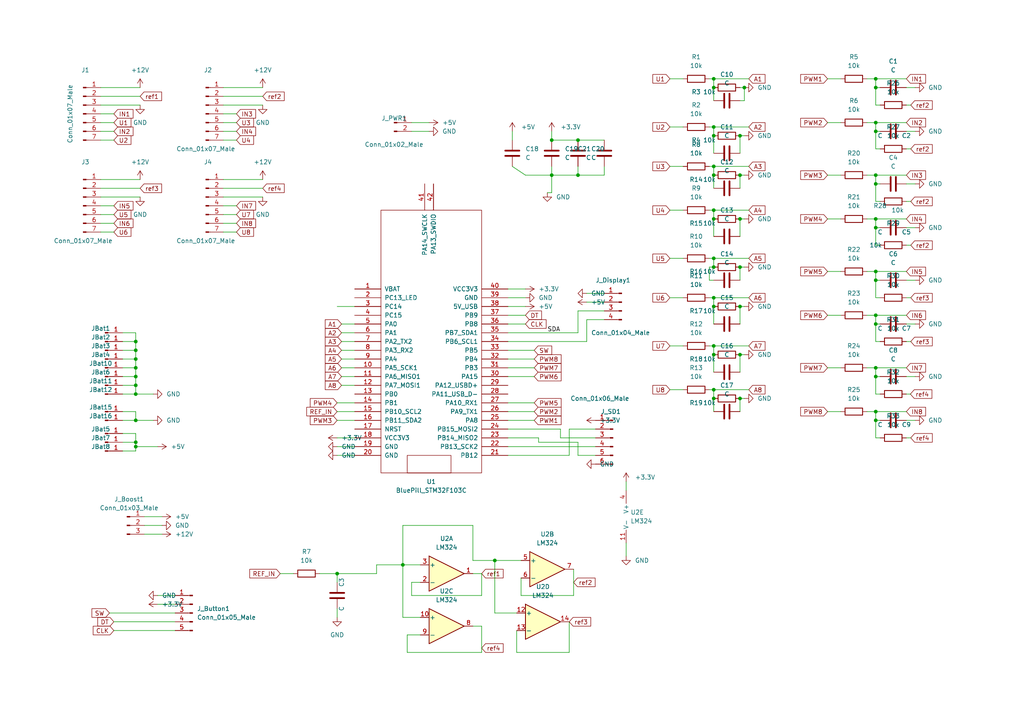
<source format=kicad_sch>
(kicad_sch (version 20211123) (generator eeschema)
  (paper "A4")
  (junction (at 254 109.22))
  (junction (at 214.63 63.5))
  (junction (at 207.01 48.26))
  (junction (at 254 53.34))
  (junction (at 39.37 99.06))
  (junction (at 254 119.38))
  (junction (at 254 25.4))
  (junction (at 39.37 114.3))
  (junction (at 116.84 163.83))
  (junction (at 160.02 40.64))
  (junction (at 254 93.98))
  (junction (at 214.63 77.47))
  (junction (at 143.51 162.56))
  (junction (at 39.37 128.27))
  (junction (at 214.63 115.57))
  (junction (at 207.01 39.37))
  (junction (at 214.63 50.8))
  (junction (at 254 121.92))
  (junction (at 207.01 86.36))
  (junction (at 254 91.44))
  (junction (at 207.01 102.87))
  (junction (at 39.37 101.6))
  (junction (at 207.01 25.4))
  (junction (at 207.01 77.47))
  (junction (at 39.37 129.54))
  (junction (at 207.01 88.9))
  (junction (at 207.01 22.86))
  (junction (at 97.79 166.37))
  (junction (at 160.02 50.8))
  (junction (at 39.37 109.22))
  (junction (at 207.01 74.93))
  (junction (at 167.64 50.8))
  (junction (at 254 35.56))
  (junction (at 254 50.8))
  (junction (at 214.63 88.9))
  (junction (at 207.01 115.57))
  (junction (at 215.9 25.4))
  (junction (at 214.63 39.37))
  (junction (at 254 78.74))
  (junction (at 39.37 121.92))
  (junction (at 39.37 111.76))
  (junction (at 254 81.28))
  (junction (at 207.01 63.5))
  (junction (at 254 63.5))
  (junction (at 207.01 100.33))
  (junction (at 214.63 102.87))
  (junction (at 254 106.68))
  (junction (at 207.01 113.03))
  (junction (at 207.01 36.83))
  (junction (at 207.01 60.96))
  (junction (at 254 66.04))
  (junction (at 39.37 104.14))
  (junction (at 254 22.86))
  (junction (at 207.01 50.8))
  (junction (at 39.37 106.68))
  (junction (at 254 38.1))
  (junction (at 167.64 40.64))
  (wire (pts (xy 240.03 78.74) (xy 243.84 78.74)))
  (wire (pts (xy 254 121.92) (xy 255.27 121.92)))
  (wire (pts (xy 160.02 48.26) (xy 160.02 50.8)))
  (wire (pts (xy 205.74 81.28) (xy 205.74 77.47)))
  (wire (pts (xy 262.89 86.36) (xy 264.16 86.36)))
  (wire (pts (xy 205.74 60.96) (xy 207.01 60.96)))
  (wire (pts (xy 35.56 121.92) (xy 39.37 121.92)))
  (wire (pts (xy 116.84 152.4) (xy 116.84 163.83)))
  (wire (pts (xy 207.01 60.96) (xy 207.01 63.5)))
  (wire (pts (xy 39.37 96.52) (xy 39.37 99.06)))
  (wire (pts (xy 139.7 172.72) (xy 119.38 172.72)))
  (wire (pts (xy 172.72 132.08) (xy 167.64 132.08)))
  (wire (pts (xy 207.01 113.03) (xy 207.01 115.57)))
  (wire (pts (xy 64.77 33.02) (xy 68.58 33.02)))
  (wire (pts (xy 148.59 38.1) (xy 148.59 40.64)))
  (wire (pts (xy 254 93.98) (xy 255.27 93.98)))
  (wire (pts (xy 170.18 92.71) (xy 170.18 99.06)))
  (wire (pts (xy 262.89 43.18) (xy 264.16 43.18)))
  (wire (pts (xy 254 119.38) (xy 254 121.92)))
  (wire (pts (xy 99.06 104.14) (xy 102.87 104.14)))
  (wire (pts (xy 262.89 71.12) (xy 264.16 71.12)))
  (wire (pts (xy 251.46 91.44) (xy 254 91.44)))
  (wire (pts (xy 119.38 172.72) (xy 119.38 168.91)))
  (wire (pts (xy 29.21 64.77) (xy 33.02 64.77)))
  (wire (pts (xy 118.11 184.15) (xy 121.92 184.15)))
  (wire (pts (xy 205.74 100.33) (xy 207.01 100.33)))
  (wire (pts (xy 254 50.8) (xy 262.89 50.8)))
  (wire (pts (xy 255.27 99.06) (xy 254 99.06)))
  (wire (pts (xy 172.72 127) (xy 162.56 127)))
  (wire (pts (xy 205.74 48.26) (xy 207.01 48.26)))
  (wire (pts (xy 35.56 125.73) (xy 39.37 125.73)))
  (wire (pts (xy 254 93.98) (xy 254 99.06)))
  (wire (pts (xy 29.21 35.56) (xy 33.02 35.56)))
  (wire (pts (xy 194.31 60.96) (xy 198.12 60.96)))
  (wire (pts (xy 254 106.68) (xy 262.89 106.68)))
  (wire (pts (xy 207.01 115.57) (xy 207.01 119.38)))
  (wire (pts (xy 167.64 50.8) (xy 175.26 50.8)))
  (wire (pts (xy 29.21 25.4) (xy 40.64 25.4)))
  (wire (pts (xy 214.63 102.87) (xy 214.63 107.95)))
  (wire (pts (xy 214.63 39.37) (xy 214.63 44.45)))
  (wire (pts (xy 240.03 119.38) (xy 243.84 119.38)))
  (wire (pts (xy 64.77 59.69) (xy 68.58 59.69)))
  (wire (pts (xy 251.46 35.56) (xy 254 35.56)))
  (wire (pts (xy 64.77 38.1) (xy 68.58 38.1)))
  (wire (pts (xy 207.01 113.03) (xy 217.17 113.03)))
  (wire (pts (xy 156.21 128.27) (xy 156.21 127)))
  (wire (pts (xy 254 91.44) (xy 254 93.98)))
  (wire (pts (xy 207.01 86.36) (xy 207.01 88.9)))
  (wire (pts (xy 167.64 40.64) (xy 175.26 40.64)))
  (wire (pts (xy 207.01 50.8) (xy 207.01 54.61)))
  (wire (pts (xy 170.18 87.63) (xy 175.26 87.63)))
  (wire (pts (xy 254 81.28) (xy 254 86.36)))
  (wire (pts (xy 41.91 149.86) (xy 46.99 149.86)))
  (wire (pts (xy 255.27 86.36) (xy 254 86.36)))
  (wire (pts (xy 255.27 71.12) (xy 254 71.12)))
  (wire (pts (xy 147.32 101.6) (xy 154.94 101.6)))
  (wire (pts (xy 97.79 132.08) (xy 102.87 132.08)))
  (wire (pts (xy 33.02 180.34) (xy 50.8 180.34)))
  (wire (pts (xy 207.01 74.93) (xy 217.17 74.93)))
  (wire (pts (xy 207.01 48.26) (xy 207.01 50.8)))
  (wire (pts (xy 29.21 57.15) (xy 40.64 57.15)))
  (wire (pts (xy 255.27 127) (xy 254 127)))
  (wire (pts (xy 254 78.74) (xy 262.89 78.74)))
  (wire (pts (xy 149.86 189.23) (xy 149.86 182.88)))
  (wire (pts (xy 97.79 116.84) (xy 102.87 116.84)))
  (wire (pts (xy 207.01 48.26) (xy 217.17 48.26)))
  (wire (pts (xy 251.46 119.38) (xy 254 119.38)))
  (wire (pts (xy 147.32 93.98) (xy 152.4 93.98)))
  (wire (pts (xy 147.32 109.22) (xy 154.94 109.22)))
  (wire (pts (xy 254 66.04) (xy 254 71.12)))
  (wire (pts (xy 254 63.5) (xy 262.89 63.5)))
  (wire (pts (xy 137.16 166.37) (xy 139.7 166.37)))
  (wire (pts (xy 29.21 27.94) (xy 40.64 27.94)))
  (wire (pts (xy 207.01 36.83) (xy 207.01 39.37)))
  (wire (pts (xy 254 53.34) (xy 254 58.42)))
  (wire (pts (xy 207.01 25.4) (xy 207.01 29.21)))
  (wire (pts (xy 207.01 88.9) (xy 207.01 93.98)))
  (wire (pts (xy 64.77 57.15) (xy 76.2 57.15)))
  (wire (pts (xy 240.03 50.8) (xy 243.84 50.8)))
  (wire (pts (xy 262.89 121.92) (xy 265.43 121.92)))
  (wire (pts (xy 147.32 132.08) (xy 165.1 132.08)))
  (wire (pts (xy 45.72 175.26) (xy 50.8 175.26)))
  (wire (pts (xy 254 63.5) (xy 254 66.04)))
  (wire (pts (xy 255.27 58.42) (xy 254 58.42)))
  (wire (pts (xy 35.56 109.22) (xy 39.37 109.22)))
  (wire (pts (xy 99.06 93.98) (xy 102.87 93.98)))
  (wire (pts (xy 207.01 22.86) (xy 207.01 25.4)))
  (wire (pts (xy 254 81.28) (xy 255.27 81.28)))
  (wire (pts (xy 137.16 181.61) (xy 139.7 181.61)))
  (wire (pts (xy 39.37 106.68) (xy 39.37 109.22)))
  (wire (pts (xy 167.64 128.27) (xy 156.21 128.27)))
  (wire (pts (xy 207.01 39.37) (xy 207.01 44.45)))
  (wire (pts (xy 262.89 66.04) (xy 265.43 66.04)))
  (wire (pts (xy 207.01 86.36) (xy 217.17 86.36)))
  (wire (pts (xy 116.84 163.83) (xy 109.22 163.83)))
  (wire (pts (xy 35.56 119.38) (xy 39.37 119.38)))
  (wire (pts (xy 147.32 121.92) (xy 154.94 121.92)))
  (wire (pts (xy 207.01 100.33) (xy 207.01 102.87)))
  (wire (pts (xy 152.4 50.8) (xy 160.02 50.8)))
  (wire (pts (xy 64.77 64.77) (xy 68.58 64.77)))
  (wire (pts (xy 97.79 88.9) (xy 102.87 88.9)))
  (wire (pts (xy 207.01 36.83) (xy 217.17 36.83)))
  (wire (pts (xy 254 22.86) (xy 262.89 22.86)))
  (wire (pts (xy 205.74 86.36) (xy 207.01 86.36)))
  (wire (pts (xy 207.01 63.5) (xy 207.01 68.58)))
  (wire (pts (xy 39.37 104.14) (xy 39.37 106.68)))
  (wire (pts (xy 207.01 22.86) (xy 217.17 22.86)))
  (wire (pts (xy 240.03 91.44) (xy 243.84 91.44)))
  (wire (pts (xy 99.06 106.68) (xy 102.87 106.68)))
  (wire (pts (xy 167.64 40.64) (xy 160.02 40.64)))
  (wire (pts (xy 39.37 111.76) (xy 39.37 114.3)))
  (wire (pts (xy 119.38 168.91) (xy 121.92 168.91)))
  (wire (pts (xy 175.26 92.71) (xy 170.18 92.71)))
  (wire (pts (xy 165.1 180.34) (xy 165.1 189.23)))
  (wire (pts (xy 41.91 152.4) (xy 46.99 152.4)))
  (wire (pts (xy 97.79 129.54) (xy 102.87 129.54)))
  (wire (pts (xy 160.02 38.1) (xy 160.02 40.64)))
  (wire (pts (xy 167.64 132.08) (xy 167.64 128.27)))
  (wire (pts (xy 215.9 63.5) (xy 214.63 63.5)))
  (wire (pts (xy 194.31 22.86) (xy 198.12 22.86)))
  (wire (pts (xy 29.21 38.1) (xy 33.02 38.1)))
  (wire (pts (xy 254 78.74) (xy 254 81.28)))
  (wire (pts (xy 147.32 86.36) (xy 152.4 86.36)))
  (wire (pts (xy 39.37 121.92) (xy 44.45 121.92)))
  (wire (pts (xy 151.13 162.56) (xy 143.51 162.56)))
  (wire (pts (xy 39.37 114.3) (xy 44.45 114.3)))
  (wire (pts (xy 262.89 99.06) (xy 264.16 99.06)))
  (wire (pts (xy 162.56 127) (xy 162.56 124.46)))
  (wire (pts (xy 64.77 40.64) (xy 68.58 40.64)))
  (wire (pts (xy 139.7 166.37) (xy 139.7 172.72)))
  (wire (pts (xy 64.77 35.56) (xy 68.58 35.56)))
  (wire (pts (xy 240.03 35.56) (xy 243.84 35.56)))
  (wire (pts (xy 254 25.4) (xy 254 30.48)))
  (wire (pts (xy 149.86 177.8) (xy 143.51 177.8)))
  (wire (pts (xy 29.21 54.61) (xy 40.64 54.61)))
  (wire (pts (xy 205.74 36.83) (xy 207.01 36.83)))
  (wire (pts (xy 215.9 39.37) (xy 214.63 39.37)))
  (wire (pts (xy 160.02 55.88) (xy 158.75 55.88)))
  (wire (pts (xy 64.77 30.48) (xy 76.2 30.48)))
  (wire (pts (xy 99.06 99.06) (xy 102.87 99.06)))
  (wire (pts (xy 214.63 77.47) (xy 214.63 81.28)))
  (wire (pts (xy 254 38.1) (xy 255.27 38.1)))
  (wire (pts (xy 39.37 129.54) (xy 39.37 130.81)))
  (wire (pts (xy 254 35.56) (xy 262.89 35.56)))
  (wire (pts (xy 165.1 124.46) (xy 165.1 132.08)))
  (wire (pts (xy 160.02 50.8) (xy 167.64 50.8)))
  (wire (pts (xy 207.01 102.87) (xy 207.01 107.95)))
  (wire (pts (xy 207.01 100.33) (xy 217.17 100.33)))
  (wire (pts (xy 240.03 106.68) (xy 243.84 106.68)))
  (wire (pts (xy 29.21 30.48) (xy 40.64 30.48)))
  (wire (pts (xy 99.06 96.52) (xy 102.87 96.52)))
  (wire (pts (xy 194.31 86.36) (xy 198.12 86.36)))
  (wire (pts (xy 147.32 116.84) (xy 154.94 116.84)))
  (wire (pts (xy 39.37 99.06) (xy 39.37 101.6)))
  (wire (pts (xy 160.02 50.8) (xy 160.02 55.88)))
  (wire (pts (xy 254 25.4) (xy 255.27 25.4)))
  (wire (pts (xy 121.92 179.07) (xy 116.84 179.07)))
  (wire (pts (xy 194.31 48.26) (xy 198.12 48.26)))
  (wire (pts (xy 254 35.56) (xy 254 38.1)))
  (wire (pts (xy 254 91.44) (xy 262.89 91.44)))
  (wire (pts (xy 205.74 22.86) (xy 207.01 22.86)))
  (wire (pts (xy 254 22.86) (xy 254 25.4)))
  (wire (pts (xy 147.32 129.54) (xy 172.72 129.54)))
  (wire (pts (xy 97.79 127) (xy 102.87 127)))
  (wire (pts (xy 118.11 189.23) (xy 118.11 184.15)))
  (wire (pts (xy 262.89 93.98) (xy 265.43 93.98)))
  (wire (pts (xy 64.77 27.94) (xy 76.2 27.94)))
  (wire (pts (xy 215.9 25.4) (xy 214.63 25.4)))
  (wire (pts (xy 147.32 127) (xy 156.21 127)))
  (wire (pts (xy 39.37 119.38) (xy 39.37 121.92)))
  (wire (pts (xy 254 53.34) (xy 255.27 53.34)))
  (wire (pts (xy 139.7 181.61) (xy 139.7 189.23)))
  (wire (pts (xy 35.56 96.52) (xy 39.37 96.52)))
  (wire (pts (xy 255.27 43.18) (xy 254 43.18)))
  (wire (pts (xy 99.06 101.6) (xy 102.87 101.6)))
  (wire (pts (xy 262.89 38.1) (xy 265.43 38.1)))
  (wire (pts (xy 167.64 50.8) (xy 167.64 48.26)))
  (wire (pts (xy 251.46 78.74) (xy 254 78.74)))
  (wire (pts (xy 194.31 74.93) (xy 198.12 74.93)))
  (wire (pts (xy 251.46 50.8) (xy 254 50.8)))
  (wire (pts (xy 214.63 88.9) (xy 214.63 93.98)))
  (wire (pts (xy 139.7 189.23) (xy 118.11 189.23)))
  (wire (pts (xy 262.89 127) (xy 264.16 127)))
  (wire (pts (xy 33.02 182.88) (xy 50.8 182.88)))
  (wire (pts (xy 35.56 128.27) (xy 39.37 128.27)))
  (wire (pts (xy 29.21 59.69) (xy 33.02 59.69)))
  (wire (pts (xy 64.77 62.23) (xy 68.58 62.23)))
  (wire (pts (xy 170.18 99.06) (xy 147.32 99.06)))
  (wire (pts (xy 35.56 106.68) (xy 39.37 106.68)))
  (wire (pts (xy 254 119.38) (xy 262.89 119.38)))
  (wire (pts (xy 147.32 104.14) (xy 154.94 104.14)))
  (wire (pts (xy 97.79 166.37) (xy 97.79 168.91)))
  (wire (pts (xy 92.71 166.37) (xy 97.79 166.37)))
  (wire (pts (xy 207.01 74.93) (xy 207.01 77.47)))
  (wire (pts (xy 205.74 113.03) (xy 207.01 113.03)))
  (wire (pts (xy 35.56 104.14) (xy 39.37 104.14)))
  (wire (pts (xy 167.64 96.52) (xy 167.64 90.17)))
  (wire (pts (xy 29.21 67.31) (xy 33.02 67.31)))
  (wire (pts (xy 194.31 113.03) (xy 198.12 113.03)))
  (wire (pts (xy 39.37 125.73) (xy 39.37 128.27)))
  (wire (pts (xy 215.9 115.57) (xy 214.63 115.57)))
  (wire (pts (xy 64.77 54.61) (xy 76.2 54.61)))
  (wire (pts (xy 254 38.1) (xy 254 43.18)))
  (wire (pts (xy 181.61 139.7) (xy 181.61 142.24)))
  (wire (pts (xy 240.03 22.86) (xy 243.84 22.86)))
  (wire (pts (xy 254 50.8) (xy 254 53.34)))
  (wire (pts (xy 175.26 48.26) (xy 175.26 50.8)))
  (wire (pts (xy 262.89 109.22) (xy 265.43 109.22)))
  (wire (pts (xy 109.22 163.83) (xy 109.22 166.37)))
  (wire (pts (xy 35.56 111.76) (xy 39.37 111.76)))
  (wire (pts (xy 148.59 48.26) (xy 152.4 50.8)))
  (wire (pts (xy 29.21 52.07) (xy 40.64 52.07)))
  (wire (pts (xy 64.77 25.4) (xy 76.2 25.4)))
  (wire (pts (xy 35.56 130.81) (xy 39.37 130.81)))
  (wire (pts (xy 45.72 129.54) (xy 39.37 129.54)))
  (wire (pts (xy 215.9 29.21) (xy 215.9 25.4)))
  (wire (pts (xy 215.9 50.8) (xy 214.63 50.8)))
  (wire (pts (xy 151.13 172.72) (xy 151.13 167.64)))
  (wire (pts (xy 97.79 119.38) (xy 102.87 119.38)))
  (wire (pts (xy 166.37 172.72) (xy 151.13 172.72)))
  (wire (pts (xy 215.9 102.87) (xy 214.63 102.87)))
  (wire (pts (xy 215.9 77.47) (xy 214.63 77.47)))
  (wire (pts (xy 45.72 172.72) (xy 50.8 172.72)))
  (wire (pts (xy 147.32 106.68) (xy 154.94 106.68)))
  (wire (pts (xy 64.77 52.07) (xy 76.2 52.07)))
  (wire (pts (xy 262.89 25.4) (xy 265.43 25.4)))
  (wire (pts (xy 166.37 165.1) (xy 166.37 172.72)))
  (wire (pts (xy 121.92 163.83) (xy 116.84 163.83)))
  (wire (pts (xy 99.06 109.22) (xy 102.87 109.22)))
  (wire (pts (xy 119.38 38.1) (xy 124.46 38.1)))
  (wire (pts (xy 35.56 99.06) (xy 39.37 99.06)))
  (wire (pts (xy 251.46 106.68) (xy 254 106.68)))
  (wire (pts (xy 147.32 124.46) (xy 162.56 124.46)))
  (wire (pts (xy 29.21 40.64) (xy 33.02 40.64)))
  (wire (pts (xy 205.74 81.28) (xy 207.01 81.28)))
  (wire (pts (xy 41.91 154.94) (xy 46.99 154.94)))
  (wire (pts (xy 165.1 189.23) (xy 149.86 189.23)))
  (wire (pts (xy 254 121.92) (xy 254 127)))
  (wire (pts (xy 255.27 114.3) (xy 254 114.3)))
  (wire (pts (xy 116.84 163.83) (xy 116.84 179.07)))
  (wire (pts (xy 143.51 162.56) (xy 137.16 162.56)))
  (wire (pts (xy 240.03 63.5) (xy 243.84 63.5)))
  (wire (pts (xy 251.46 63.5) (xy 254 63.5)))
  (wire (pts (xy 172.72 124.46) (xy 165.1 124.46)))
  (wire (pts (xy 147.32 83.82) (xy 152.4 83.82)))
  (wire (pts (xy 147.32 96.52) (xy 167.64 96.52)))
  (wire (pts (xy 262.89 30.48) (xy 264.16 30.48)))
  (wire (pts (xy 214.63 29.21) (xy 215.9 29.21)))
  (wire (pts (xy 119.38 35.56) (xy 124.46 35.56)))
  (wire (pts (xy 254 106.68) (xy 254 109.22)))
  (wire (pts (xy 214.63 68.58) (xy 214.63 63.5)))
  (wire (pts (xy 205.74 77.47) (xy 207.01 77.47)))
  (wire (pts (xy 99.06 111.76) (xy 102.87 111.76)))
  (wire (pts (xy 29.21 62.23) (xy 33.02 62.23)))
  (wire (pts (xy 254 66.04) (xy 255.27 66.04)))
  (wire (pts (xy 251.46 22.86) (xy 254 22.86)))
  (wire (pts (xy 109.22 166.37) (xy 97.79 166.37)))
  (wire (pts (xy 147.32 88.9) (xy 152.4 88.9)))
  (wire (pts (xy 181.61 157.48) (xy 181.61 161.29)))
  (wire (pts (xy 137.16 162.56) (xy 137.16 152.4)))
  (wire (pts (xy 81.28 166.37) (xy 85.09 166.37)))
  (wire (pts (xy 35.56 114.3) (xy 39.37 114.3)))
  (wire (pts (xy 29.21 33.02) (xy 33.02 33.02)))
  (wire (pts (xy 194.31 36.83) (xy 198.12 36.83)))
  (wire (pts (xy 167.64 90.17) (xy 175.26 90.17)))
  (wire (pts (xy 262.89 81.28) (xy 265.43 81.28)))
  (wire (pts (xy 262.89 58.42) (xy 264.16 58.42)))
  (wire (pts (xy 194.31 100.33) (xy 198.12 100.33)))
  (wire (pts (xy 254 109.22) (xy 254 114.3)))
  (wire (pts (xy 214.63 50.8) (xy 214.63 54.61)))
  (wire (pts (xy 170.18 85.09) (xy 175.26 85.09)))
  (wire (pts (xy 97.79 121.92) (xy 102.87 121.92)))
  (wire (pts (xy 97.79 176.53) (xy 97.79 179.07)))
  (wire (pts (xy 39.37 128.27) (xy 39.37 129.54)))
  (wire (pts (xy 147.32 119.38) (xy 154.94 119.38)))
  (wire (pts (xy 207.01 60.96) (xy 217.17 60.96)))
  (wire (pts (xy 262.89 114.3) (xy 264.16 114.3)))
  (wire (pts (xy 254 109.22) (xy 255.27 109.22)))
  (wire (pts (xy 39.37 101.6) (xy 39.37 104.14)))
  (wire (pts (xy 35.56 101.6) (xy 39.37 101.6)))
  (wire (pts (xy 214.63 115.57) (xy 214.63 119.38)))
  (wire (pts (xy 255.27 30.48) (xy 254 30.48)))
  (wire (pts (xy 64.77 67.31) (xy 68.58 67.31)))
  (wire (pts (xy 31.75 177.8) (xy 50.8 177.8)))
  (wire (pts (xy 147.32 91.44) (xy 152.4 91.44)))
  (wire (pts (xy 205.74 74.93) (xy 207.01 74.93)))
  (wire (pts (xy 143.51 162.56) (xy 143.51 177.8)))
  (wire (pts (xy 137.16 152.4) (xy 116.84 152.4)))
  (wire (pts (xy 262.89 53.34) (xy 265.43 53.34)))
  (wire (pts (xy 215.9 88.9) (xy 214.63 88.9)))
  (wire (pts (xy 39.37 109.22) (xy 39.37 111.76)))
  (label "SDA" (at 158.75 96.52 0))
  (global_label "ref4" (shape input) (at 264.16 127 0) (property "Intersheet References" "${INTERSHEET_REFS}" (effects hide)))
  (global_label "ref3" (shape input) (at 165.1 180.34 0) (property "Intersheet References" "${INTERSHEET_REFS}" (effects hide)))
  (global_label "A8" (shape input) (at 217.17 113.03 0) (property "Intersheet References" "${INTERSHEET_REFS}" (effects hide)))
  (global_label "A4" (shape input) (at 217.17 60.96 0) (property "Intersheet References" "${INTERSHEET_REFS}" (effects hide)))
  (global_label "IN5" (shape input) (at 33.02 59.69 0) (property "Intersheet References" "${INTERSHEET_REFS}" (effects hide)))
  (global_label "SW" (shape input) (at 154.94 101.6 0) (property "Intersheet References" "${INTERSHEET_REFS}" (effects hide)))
  (global_label "ref3" (shape input) (at 264.16 99.06 0) (property "Intersheet References" "${INTERSHEET_REFS}" (effects hide)))
  (global_label "IN1" (shape input) (at 33.02 33.02 0) (property "Intersheet References" "${INTERSHEET_REFS}" (effects hide)))
  (global_label "ref3" (shape input) (at 264.16 86.36 0) (property "Intersheet References" "${INTERSHEET_REFS}" (effects hide)))
  (global_label "U2" (shape input) (at 194.31 36.83 180) (property "Intersheet References" "${INTERSHEET_REFS}" (effects hide)))
  (global_label "ref2" (shape input) (at 264.16 58.42 0) (property "Intersheet References" "${INTERSHEET_REFS}" (effects hide)))
  (global_label "ref3" (shape input) (at 40.64 54.61 0) (property "Intersheet References" "${INTERSHEET_REFS}" (effects hide)))
  (global_label "PWM7" (shape input) (at 240.03 106.68 180) (property "Intersheet References" "${INTERSHEET_REFS}" (effects hide)))
  (global_label "ref1" (shape input) (at 139.7 166.37 0) (property "Intersheet References" "${INTERSHEET_REFS}" (effects hide)))
  (global_label "IN8" (shape input) (at 68.58 64.77 0) (property "Intersheet References" "${INTERSHEET_REFS}" (effects hide)))
  (global_label "SW" (shape input) (at 31.75 177.8 180) (property "Intersheet References" "${INTERSHEET_REFS}" (effects hide)))
  (global_label "A8" (shape input) (at 99.06 111.76 180) (property "Intersheet References" "${INTERSHEET_REFS}" (effects hide)))
  (global_label "PWM3" (shape input) (at 240.03 50.8 180) (property "Intersheet References" "${INTERSHEET_REFS}" (effects hide)))
  (global_label "IN4" (shape input) (at 262.89 63.5 0) (property "Intersheet References" "${INTERSHEET_REFS}" (effects hide)))
  (global_label "U5" (shape input) (at 194.31 74.93 180) (property "Intersheet References" "${INTERSHEET_REFS}" (effects hide)))
  (global_label "U5" (shape input) (at 33.02 62.23 0) (property "Intersheet References" "${INTERSHEET_REFS}" (effects hide)))
  (global_label "ref1" (shape input) (at 40.64 27.94 0) (property "Intersheet References" "${INTERSHEET_REFS}" (effects hide)))
  (global_label "A7" (shape input) (at 217.17 100.33 0) (property "Intersheet References" "${INTERSHEET_REFS}" (effects hide)))
  (global_label "IN2" (shape input) (at 33.02 38.1 0) (property "Intersheet References" "${INTERSHEET_REFS}" (effects hide)))
  (global_label "U6" (shape input) (at 194.31 86.36 180) (property "Intersheet References" "${INTERSHEET_REFS}" (effects hide)))
  (global_label "IN4" (shape input) (at 68.58 38.1 0) (property "Intersheet References" "${INTERSHEET_REFS}" (effects hide)))
  (global_label "PWM2" (shape input) (at 154.94 119.38 0) (property "Intersheet References" "${INTERSHEET_REFS}" (effects hide)))
  (global_label "A4" (shape input) (at 99.06 101.6 180) (property "Intersheet References" "${INTERSHEET_REFS}" (effects hide)))
  (global_label "IN8" (shape input) (at 262.89 119.38 0) (property "Intersheet References" "${INTERSHEET_REFS}" (effects hide)))
  (global_label "IN6" (shape input) (at 262.89 91.44 0) (property "Intersheet References" "${INTERSHEET_REFS}" (effects hide)))
  (global_label "PWM1" (shape input) (at 240.03 22.86 180) (property "Intersheet References" "${INTERSHEET_REFS}" (effects hide)))
  (global_label "A3" (shape input) (at 217.17 48.26 0) (property "Intersheet References" "${INTERSHEET_REFS}" (effects hide)))
  (global_label "U2" (shape input) (at 33.02 40.64 0) (property "Intersheet References" "${INTERSHEET_REFS}" (effects hide)))
  (global_label "PWM1" (shape input) (at 154.94 121.92 0) (property "Intersheet References" "${INTERSHEET_REFS}" (effects hide)))
  (global_label "A2" (shape input) (at 217.17 36.83 0) (property "Intersheet References" "${INTERSHEET_REFS}" (effects hide)))
  (global_label "IN7" (shape input) (at 68.58 59.69 0) (property "Intersheet References" "${INTERSHEET_REFS}" (effects hide)))
  (global_label "A5" (shape input) (at 99.06 104.14 180) (property "Intersheet References" "${INTERSHEET_REFS}" (effects hide)))
  (global_label "U8" (shape input) (at 68.58 67.31 0) (property "Intersheet References" "${INTERSHEET_REFS}" (effects hide)))
  (global_label "U7" (shape input) (at 194.31 100.33 180) (property "Intersheet References" "${INTERSHEET_REFS}" (effects hide)))
  (global_label "ref2" (shape input) (at 264.16 71.12 0) (property "Intersheet References" "${INTERSHEET_REFS}" (effects hide)))
  (global_label "PWM8" (shape input) (at 240.03 119.38 180) (property "Intersheet References" "${INTERSHEET_REFS}" (effects hide)))
  (global_label "IN5" (shape input) (at 262.89 78.74 0) (property "Intersheet References" "${INTERSHEET_REFS}" (effects hide)))
  (global_label "CLK" (shape input) (at 152.4 93.98 0) (property "Intersheet References" "${INTERSHEET_REFS}" (effects hide)))
  (global_label "A6" (shape input) (at 217.17 86.36 0) (property "Intersheet References" "${INTERSHEET_REFS}" (effects hide)))
  (global_label "DT" (shape input) (at 152.4 91.44 0) (property "Intersheet References" "${INTERSHEET_REFS}" (effects hide)))
  (global_label "ref2" (shape input) (at 76.2 27.94 0) (property "Intersheet References" "${INTERSHEET_REFS}" (effects hide)))
  (global_label "ref2" (shape input) (at 264.16 43.18 0) (property "Intersheet References" "${INTERSHEET_REFS}" (effects hide)))
  (global_label "PWM7" (shape input) (at 154.94 106.68 0) (property "Intersheet References" "${INTERSHEET_REFS}" (effects hide)))
  (global_label "ref4" (shape input) (at 76.2 54.61 0) (property "Intersheet References" "${INTERSHEET_REFS}" (effects hide)))
  (global_label "PWM5" (shape input) (at 154.94 116.84 0) (property "Intersheet References" "${INTERSHEET_REFS}" (effects hide)))
  (global_label "CLK" (shape input) (at 33.02 182.88 180) (property "Intersheet References" "${INTERSHEET_REFS}" (effects hide)))
  (global_label "REF_IN" (shape input) (at 97.79 119.38 180) (property "Intersheet References" "${INTERSHEET_REFS}" (effects hide)))
  (global_label "IN2" (shape input) (at 262.89 35.56 0) (property "Intersheet References" "${INTERSHEET_REFS}" (effects hide)))
  (global_label "A2" (shape input) (at 99.06 96.52 180) (property "Intersheet References" "${INTERSHEET_REFS}" (effects hide)))
  (global_label "PWM4" (shape input) (at 97.79 116.84 180) (property "Intersheet References" "${INTERSHEET_REFS}" (effects hide)))
  (global_label "A5" (shape input) (at 217.17 74.93 0) (property "Intersheet References" "${INTERSHEET_REFS}" (effects hide)))
  (global_label "PWM8" (shape input) (at 154.94 104.14 0) (property "Intersheet References" "${INTERSHEET_REFS}" (effects hide)))
  (global_label "U4" (shape input) (at 194.31 60.96 180) (property "Intersheet References" "${INTERSHEET_REFS}" (effects hide)))
  (global_label "U3" (shape input) (at 68.58 35.56 0) (property "Intersheet References" "${INTERSHEET_REFS}" (effects hide)))
  (global_label "DT" (shape input) (at 33.02 180.34 180) (property "Intersheet References" "${INTERSHEET_REFS}" (effects hide)))
  (global_label "PWM3" (shape input) (at 97.79 121.92 180) (property "Intersheet References" "${INTERSHEET_REFS}" (effects hide)))
  (global_label "IN7" (shape input) (at 262.89 106.68 0) (property "Intersheet References" "${INTERSHEET_REFS}" (effects hide)))
  (global_label "A3" (shape input) (at 99.06 99.06 180) (property "Intersheet References" "${INTERSHEET_REFS}" (effects hide)))
  (global_label "U6" (shape input) (at 33.02 67.31 0) (property "Intersheet References" "${INTERSHEET_REFS}" (effects hide)))
  (global_label "ref4" (shape input) (at 264.0496 114.3 0) (property "Intersheet References" "${INTERSHEET_REFS}" (effects hide)))
  (global_label "A1" (shape input) (at 217.17 22.86 0) (property "Intersheet References" "${INTERSHEET_REFS}" (effects hide)))
  (global_label "A1" (shape input) (at 99.06 93.98 180) (property "Intersheet References" "${INTERSHEET_REFS}" (effects hide)))
  (global_label "IN1" (shape input) (at 262.89 22.86 0) (property "Intersheet References" "${INTERSHEET_REFS}" (effects hide)))
  (global_label "U4" (shape input) (at 68.58 40.64 0) (property "Intersheet References" "${INTERSHEET_REFS}" (effects hide)))
  (global_label "IN6" (shape input) (at 33.02 64.77 0) (property "Intersheet References" "${INTERSHEET_REFS}" (effects hide)))
  (global_label "U8" (shape input) (at 194.31 113.03 180) (property "Intersheet References" "${INTERSHEET_REFS}" (effects hide)))
  (global_label "U1" (shape input) (at 33.02 35.56 0) (property "Intersheet References" "${INTERSHEET_REFS}" (effects hide)))
  (global_label "ref2" (shape input) (at 166.37 168.91 0) (property "Intersheet References" "${INTERSHEET_REFS}" (effects hide)))
  (global_label "A6" (shape input) (at 99.06 106.68 180) (property "Intersheet References" "${INTERSHEET_REFS}" (effects hide)))
  (global_label "PWM6" (shape input) (at 154.94 109.22 0) (property "Intersheet References" "${INTERSHEET_REFS}" (effects hide)))
  (global_label "IN3" (shape input) (at 262.89 50.8 0) (property "Intersheet References" "${INTERSHEET_REFS}" (effects hide)))
  (global_label "U1" (shape input) (at 194.31 22.86 180) (property "Intersheet References" "${INTERSHEET_REFS}" (effects hide)))
  (global_label "PWM4" (shape input) (at 240.03 63.5 180) (property "Intersheet References" "${INTERSHEET_REFS}" (effects hide)))
  (global_label "PWM2" (shape input) (at 240.03 35.56 180) (property "Intersheet References" "${INTERSHEET_REFS}" (effects hide)))
  (global_label "PWM6" (shape input) (at 240.03 91.44 180) (property "Intersheet References" "${INTERSHEET_REFS}" (effects hide)))
  (global_label "A7" (shape input) (at 99.06 109.22 180) (property "Intersheet References" "${INTERSHEET_REFS}" (effects hide)))
  (global_label "U7" (shape input) (at 68.58 62.23 0) (property "Intersheet References" "${INTERSHEET_REFS}" (effects hide)))
  (global_label "ref2" (shape input) (at 264.16 30.48 0) (property "Intersheet References" "${INTERSHEET_REFS}" (effects hide)))
  (global_label "ref4" (shape input) (at 139.7 187.96 0) (property "Intersheet References" "${INTERSHEET_REFS}" (effects hide)))
  (global_label "IN3" (shape input) (at 68.58 33.02 0) (property "Intersheet References" "${INTERSHEET_REFS}" (effects hide)))
  (global_label "REF_IN" (shape input) (at 81.28 166.37 180) (property "Intersheet References" "${INTERSHEET_REFS}" (effects hide)))
  (global_label "U3" (shape input) (at 194.31 48.26 180) (property "Intersheet References" "${INTERSHEET_REFS}" (effects hide)))
  (global_label "PWM5" (shape input) (at 240.03 78.74 180) (property "Intersheet References" "${INTERSHEET_REFS}" (effects hide)))
  (symbol (lib_id "Device:R") (at 259.08 86.36 270) (unit 1)
    (property "Reference" "R30" (at 259.08 80.01 90))
    (property "Value" "10k" (at 259.08 82.55 90))
    (property "Footprint" "Resistor_SMD:R_1206_3216Metric" (effects hide))
  )
  (symbol (lib_id "Connector:Conn_01x01_Male") (at 30.48 101.6 0) (unit 1)
    (property "Reference" "JBat3" (at 29.21 100.33 0))
    (property "Value" "Conn_01x01_Male" (effects hide))
    (property "Footprint" "controller:PowerPin" (effects hide))
  )
  (symbol (lib_id "power:+12V") (at 76.2 25.4 0) (unit 1)
    (property "Reference" "#PWR0138" (effects hide))
    (property "Value" "+12V" (at 76.2 20.32 0))
  )
  (symbol (lib_id "power:+5V") (at 152.4 88.9 270) (unit 1)
    (property "Reference" "#PWR0109" (effects hide))
    (property "Value" "+5V" (at 156.21 88.8999 90) (effects (justify left)))
  )
  (symbol (lib_id "power:GND") (at 265.43 81.28 90) (unit 1)
    (property "Reference" "#PWR0125" (effects hide))
    (property "Value" "GND" (at 269.24 81.2799 90) (effects (justify right)))
  )
  (symbol (lib_id "Device:R") (at 259.08 99.06 270) (unit 1)
    (property "Reference" "R31" (at 259.08 92.71 90))
    (property "Value" "10k" (at 259.08 95.25 90))
    (property "Footprint" "Resistor_SMD:R_1206_3216Metric" (effects hide))
  )
  (symbol (lib_id "Connector:Conn_01x07_Male") (at 24.13 59.69 0) (unit 1)
    (property "Reference" "J3" (at 24.765 46.99 0))
    (property "Value" "Conn_01x07_Male" (at 24.13 69.85 0))
    (property "Footprint" "Connector_PinHeader_2.54mm:PinHeader_1x07_P2.54mm_Vertical" (effects hide))
  )
  (symbol (lib_id "power:GND") (at 215.9 39.37 90) (unit 1)
    (property "Reference" "#PWR0105" (effects hide))
    (property "Value" "GND" (at 219.71 39.3699 90) (effects (justify right)))
  )
  (symbol (lib_id "Device:R") (at 201.93 36.83 270) (unit 1)
    (property "Reference" "R2" (at 201.93 30.48 90))
    (property "Value" "10k" (at 201.93 33.02 90))
    (property "Footprint" "Resistor_SMD:R_1206_3216Metric" (effects hide))
  )
  (symbol (lib_id "power:GND") (at 76.2 57.15 0) (unit 1)
    (property "Reference" "#PWR0135" (effects hide))
    (property "Value" "GND" (at 76.2 62.23 0))
  )
  (symbol (lib_id "Device:C") (at 210.82 93.98 90) (unit 1)
    (property "Reference" "C15" (at 210.82 86.36 90))
    (property "Value" "C" (at 210.82 88.9 90))
    (property "Footprint" "Capacitor_SMD:C_0805_2012Metric" (effects hide))
  )
  (symbol (lib_id "power:GND") (at 44.45 114.3 90) (unit 1)
    (property "Reference" "#PWR0148" (effects hide))
    (property "Value" "GND" (at 48.26 114.2999 90) (effects (justify right)))
  )
  (symbol (lib_id "Device:C") (at 210.82 81.28 90) (unit 1)
    (property "Reference" "C14" (at 210.82 73.66 90))
    (property "Value" "C" (at 210.82 76.2 90))
    (property "Footprint" "Capacitor_SMD:C_0805_2012Metric" (effects hide))
  )
  (symbol (lib_id "Device:R") (at 210.82 25.4 90) (unit 1)
    (property "Reference" "R3" (at 201.93 26.67 90))
    (property "Value" "10k" (at 205.74 26.67 90))
    (property "Footprint" "Resistor_SMD:R_1206_3216Metric" (effects hide))
  )
  (symbol (lib_id "Device:R") (at 259.08 114.3 270) (unit 1)
    (property "Reference" "R32" (at 259.08 107.95 90))
    (property "Value" "10k" (at 259.08 110.49 90))
    (property "Footprint" "Resistor_SMD:R_1206_3216Metric" (effects hide))
  )
  (symbol (lib_id "Device:R") (at 201.93 100.33 270) (unit 1)
    (property "Reference" "R12" (at 201.93 93.98 90))
    (property "Value" "10k" (at 201.93 96.52 90))
    (property "Footprint" "Resistor_SMD:R_1206_3216Metric" (effects hide))
  )
  (symbol (lib_id "power:GND") (at 265.43 93.98 90) (unit 1)
    (property "Reference" "#PWR0127" (effects hide))
    (property "Value" "GND" (at 269.24 93.9799 90) (effects (justify right)))
  )
  (symbol (lib_id "Amplifier_Operational:LM324") (at 184.15 149.86 0) (unit 5)
    (property "Reference" "U2" (at 182.88 148.5899 0) (effects (justify left)))
    (property "Value" "LM324" (at 182.88 151.1299 0) (effects (justify left)))
    (property "Footprint" "Package_SO:SOIC-14_3.9x8.7mm_P1.27mm" (effects hide))
    (property "Datasheet" "http://www.ti.com/lit/ds/symlink/lm2902-n.pdf" (effects hide))
  )
  (symbol (lib_id "Device:C") (at 259.08 25.4 90) (unit 1)
    (property "Reference" "C1" (at 259.08 17.78 90))
    (property "Value" "C" (at 259.08 20.32 90))
    (property "Footprint" "Capacitor_SMD:C_0805_2012Metric" (effects hide))
  )
  (symbol (lib_id "Device:R") (at 247.65 78.74 270) (unit 1)
    (property "Reference" "R22" (at 247.65 72.39 90))
    (property "Value" "10k" (at 247.65 74.93 90))
    (property "Footprint" "Resistor_SMD:R_1206_3216Metric" (effects hide))
  )
  (symbol (lib_id "power:GND") (at 265.43 38.1 90) (unit 1)
    (property "Reference" "#PWR0102" (effects hide))
    (property "Value" "GND" (at 269.24 38.0999 90) (effects (justify right)))
  )
  (symbol (lib_id "Device:C") (at 97.79 172.72 180) (unit 1)
    (property "Reference" "C3" (at 99.06 168.91 90))
    (property "Value" "C" (at 99.06 176.53 90))
    (property "Footprint" "Capacitor_SMD:C_0805_2012Metric" (effects hide))
  )
  (symbol (lib_id "power:GND") (at 265.43 53.34 90) (unit 1)
    (property "Reference" "#PWR0120" (effects hide))
    (property "Value" "GND" (at 269.24 53.3399 90) (effects (justify right)))
  )
  (symbol (lib_id "power:GND") (at 40.64 30.48 0) (unit 1)
    (property "Reference" "#PWR0104" (effects hide))
    (property "Value" "GND" (at 40.64 35.56 0))
  )
  (symbol (lib_id "power:GND") (at 97.79 179.07 0) (unit 1)
    (property "Reference" "#PWR0112" (effects hide))
    (property "Value" "GND" (at 97.79 184.15 0))
  )
  (symbol (lib_id "Device:R") (at 210.82 102.87 90) (unit 1)
    (property "Reference" "R18" (at 201.93 104.14 90))
    (property "Value" "10k" (at 205.74 104.14 90))
    (property "Footprint" "Resistor_SMD:R_1206_3216Metric" (effects hide))
  )
  (symbol (lib_id "Device:C") (at 259.08 121.92 90) (unit 1)
    (property "Reference" "C9" (at 262.89 123.19 90))
    (property "Value" "C" (at 255.27 123.19 90))
    (property "Footprint" "Capacitor_SMD:C_0805_2012Metric" (effects hide))
  )
  (symbol (lib_id "power:+3.3V") (at 172.72 121.92 90) (unit 1)
    (property "Reference" "#PWR0144" (effects hide))
    (property "Value" "+3.3V" (at 173.99 121.9199 90) (effects (justify right)))
  )
  (symbol (lib_id "power:GND") (at 265.43 66.04 90) (unit 1)
    (property "Reference" "#PWR0126" (effects hide))
    (property "Value" "GND" (at 269.24 66.0399 90) (effects (justify right)))
  )
  (symbol (lib_id "power:GND") (at 40.64 57.15 0) (unit 1)
    (property "Reference" "#PWR0140" (effects hide))
    (property "Value" "GND" (at 40.64 62.23 0))
  )
  (symbol (lib_id "Amplifier_Operational:LM324") (at 158.75 165.1 0) (unit 2)
    (property "Reference" "U2" (at 158.75 154.94 0))
    (property "Value" "LM324" (at 158.75 157.48 0))
    (property "Footprint" "Package_SO:SOIC-14_3.9x8.7mm_P1.27mm" (effects hide))
    (property "Datasheet" "http://www.ti.com/lit/ds/symlink/lm2902-n.pdf" (effects hide))
  )
  (symbol (lib_id "Device:C") (at 259.08 38.1 90) (unit 1)
    (property "Reference" "C2" (at 262.89 39.37 90))
    (property "Value" "C" (at 255.27 39.37 90))
    (property "Footprint" "Capacitor_SMD:C_0805_2012Metric" (effects hide))
  )
  (symbol (lib_id "Device:R") (at 259.08 58.42 270) (unit 1)
    (property "Reference" "R28" (at 255.27 59.69 90))
    (property "Value" "10k" (at 260.35 60.96 90))
    (property "Footprint" "Resistor_SMD:R_1206_3216Metric" (effects hide))
  )
  (symbol (lib_id "power:+12V") (at 40.64 52.07 0) (unit 1)
    (property "Reference" "#PWR0139" (effects hide))
    (property "Value" "+12V" (at 40.64 46.99 0))
  )
  (symbol (lib_id "power:GND") (at 152.4 86.36 90) (unit 1)
    (property "Reference" "#PWR0108" (effects hide))
    (property "Value" "GND" (at 156.21 86.3599 90) (effects (justify right)))
  )
  (symbol (lib_id "power:GND") (at 76.2 30.48 0) (unit 1)
    (property "Reference" "#PWR0137" (effects hide))
    (property "Value" "GND" (at 76.2 35.56 0))
  )
  (symbol (lib_id "Device:R") (at 259.08 127 270) (unit 1)
    (property "Reference" "R33" (at 259.08 120.65 90))
    (property "Value" "10k" (at 259.08 123.19 90))
    (property "Footprint" "Resistor_SMD:R_1206_3216Metric" (effects hide))
  )
  (symbol (lib_id "Device:R") (at 247.65 22.86 270) (unit 1)
    (property "Reference" "R5" (at 247.65 16.51 90))
    (property "Value" "10k" (at 247.65 19.05 90))
    (property "Footprint" "Resistor_SMD:R_1206_3216Metric" (effects hide))
  )
  (symbol (lib_id "power:GND") (at 46.99 152.4 90) (unit 1)
    (property "Reference" "#PWR0134" (effects hide))
    (property "Value" "GND" (at 50.8 152.3999 90) (effects (justify right)))
  )
  (symbol (lib_id "Connector:Conn_01x01_Male") (at 30.48 109.22 0) (unit 1)
    (property "Reference" "JBat6" (at 29.21 107.95 0))
    (property "Value" "Conn_01x01_Male" (effects hide))
    (property "Footprint" "controller:PowerPin" (effects hide))
  )
  (symbol (lib_id "Connector:Conn_01x05_Male") (at 55.88 177.8 0) (mirror y) (unit 1)
    (property "Reference" "J_Button1" (at 57.15 176.5299 0) (effects (justify right)))
    (property "Value" "Conn_01x05_Male" (at 57.15 179.0699 0) (effects (justify right)))
    (property "Footprint" "Connector_PinHeader_2.54mm:PinHeader_1x05_P2.54mm_Vertical" (effects hide))
  )
  (symbol (lib_id "Device:R") (at 210.82 50.8 90) (unit 1)
    (property "Reference" "R14" (at 201.93 52.07 90))
    (property "Value" "10k" (at 205.74 52.07 90))
    (property "Footprint" "Resistor_SMD:R_1206_3216Metric" (effects hide))
  )
  (symbol (lib_id "power:+3.3V") (at 160.02 38.1 0) (unit 1)
    (property "Reference" "#PWR0141" (effects hide))
    (property "Value" "+3.3V" (at 162.56 36.8299 0) (effects (justify left)))
  )
  (symbol (lib_id "Device:C") (at 210.82 54.61 90) (unit 1)
    (property "Reference" "C12" (at 210.82 46.99 90))
    (property "Value" "C" (at 210.82 49.53 90))
    (property "Footprint" "Capacitor_SMD:C_0805_2012Metric" (effects hide))
  )
  (symbol (lib_id "power:GND") (at 45.72 172.72 270) (unit 1)
    (property "Reference" "#PWR0118" (effects hide))
    (property "Value" "GND" (at 46.99 172.7199 90) (effects (justify left)))
  )
  (symbol (lib_id "power:+5V") (at 46.99 149.86 270) (unit 1)
    (property "Reference" "#PWR0132" (effects hide))
    (property "Value" "+5V" (at 50.8 149.8599 90) (effects (justify left)))
  )
  (symbol (lib_id "power:GND") (at 215.9 63.5 90) (unit 1)
    (property "Reference" "#PWR0128" (effects hide))
    (property "Value" "GND" (at 219.71 63.4999 90) (effects (justify right)))
  )
  (symbol (lib_id "Connector:Conn_01x01_Male") (at 30.48 96.52 0) (unit 1)
    (property "Reference" "JBat1" (at 29.21 95.25 0))
    (property "Value" "Conn_01x01_Male" (effects hide))
    (property "Footprint" "controller:PowerPin" (effects hide))
  )
  (symbol (lib_id "power:GND") (at 265.43 25.4 90) (unit 1)
    (property "Reference" "#PWR0101" (effects hide))
    (property "Value" "GND" (at 269.24 25.3999 90) (effects (justify right)))
  )
  (symbol (lib_id "Connector:Conn_01x07_Male") (at 59.69 33.02 0) (unit 1)
    (property "Reference" "J2" (at 60.325 20.32 0))
    (property "Value" "Conn_01x07_Male" (at 59.69 43.18 0))
    (property "Footprint" "Connector_PinHeader_2.54mm:PinHeader_1x07_P2.54mm_Vertical" (effects hide))
  )
  (symbol (lib_id "power:GND") (at 181.61 161.29 0) (unit 1)
    (property "Reference" "#PWR0115" (effects hide))
    (property "Value" "GND" (at 184.15 162.5599 0) (effects (justify left)))
  )
  (symbol (lib_id "Device:C") (at 210.82 68.58 90) (unit 1)
    (property "Reference" "C13" (at 210.82 60.96 90))
    (property "Value" "C" (at 210.82 63.5 90))
    (property "Footprint" "Capacitor_SMD:C_0805_2012Metric" (effects hide))
  )
  (symbol (lib_id "Device:C") (at 259.08 81.28 90) (unit 1)
    (property "Reference" "C6" (at 259.08 73.66 90))
    (property "Value" "C" (at 259.08 76.2 90))
    (property "Footprint" "Capacitor_SMD:C_0805_2012Metric" (effects hide))
  )
  (symbol (lib_id "Device:R") (at 247.65 119.38 270) (unit 1)
    (property "Reference" "R25" (at 247.65 113.03 90))
    (property "Value" "10k" (at 247.65 115.57 90))
    (property "Footprint" "Resistor_SMD:R_1206_3216Metric" (effects hide))
  )
  (symbol (lib_id "power:GND") (at 215.9 77.47 90) (unit 1)
    (property "Reference" "#PWR0130" (effects hide))
    (property "Value" "GND" (at 219.71 77.4699 90) (effects (justify right)))
  )
  (symbol (lib_id "Device:R") (at 201.93 60.96 270) (unit 1)
    (property "Reference" "R9" (at 201.93 54.61 90))
    (property "Value" "10k" (at 201.93 57.15 90))
    (property "Footprint" "Resistor_SMD:R_1206_3216Metric" (effects hide))
  )
  (symbol (lib_id "Device:C") (at 259.08 66.04 90) (unit 1)
    (property "Reference" "C5" (at 262.89 67.31 90))
    (property "Value" "C" (at 255.27 67.31 90))
    (property "Footprint" "Capacitor_SMD:C_0805_2012Metric" (effects hide))
  )
  (symbol (lib_id "Device:R") (at 210.82 115.57 90) (unit 1)
    (property "Reference" "R19" (at 201.93 116.84 90))
    (property "Value" "10k" (at 205.74 116.84 90))
    (property "Footprint" "Resistor_SMD:R_1206_3216Metric" (effects hide))
  )
  (symbol (lib_id "Device:R") (at 201.93 113.03 270) (unit 1)
    (property "Reference" "R13" (at 201.93 106.68 90))
    (property "Value" "10k" (at 201.93 109.22 90))
    (property "Footprint" "Resistor_SMD:R_1206_3216Metric" (effects hide))
  )
  (symbol (lib_id "power:+12V") (at 76.2 52.07 0) (unit 1)
    (property "Reference" "#PWR0136" (effects hide))
    (property "Value" "+12V" (at 76.2 46.99 0))
  )
  (symbol (lib_id "Connector:Conn_01x01_Male") (at 30.48 111.76 0) (unit 1)
    (property "Reference" "JBat11" (at 29.21 110.49 0))
    (property "Value" "Conn_01x01_Male" (effects hide))
    (property "Footprint" "controller:PowerPin" (effects hide))
  )
  (symbol (lib_id "Device:R") (at 247.65 106.68 270) (unit 1)
    (property "Reference" "R24" (at 247.65 100.33 90))
    (property "Value" "10k" (at 247.65 102.87 90))
    (property "Footprint" "Resistor_SMD:R_1206_3216Metric" (effects hide))
  )
  (symbol (lib_id "Device:C") (at 259.08 93.98 90) (unit 1)
    (property "Reference" "C7" (at 262.89 95.25 90))
    (property "Value" "C" (at 255.27 95.25 90))
    (property "Footprint" "Capacitor_SMD:C_0805_2012Metric" (effects hide))
  )
  (symbol (lib_id "Device:R") (at 201.93 86.36 270) (unit 1)
    (property "Reference" "R11" (at 201.93 80.01 90))
    (property "Value" "10k" (at 201.93 82.55 90))
    (property "Footprint" "Resistor_SMD:R_1206_3216Metric" (effects hide))
  )
  (symbol (lib_id "power:GND") (at 44.45 121.92 90) (unit 1)
    (property "Reference" "#PWR0149" (effects hide))
    (property "Value" "GND" (at 48.26 121.9199 90) (effects (justify right)))
  )
  (symbol (lib_id "power:GND") (at 265.43 109.22 90) (unit 1)
    (property "Reference" "#PWR0123" (effects hide))
    (property "Value" "GND" (at 269.24 109.2199 90) (effects (justify right)))
  )
  (symbol (lib_id "Connector:Conn_01x01_Male") (at 30.48 104.14 0) (mirror x) (unit 1)
    (property "Reference" "JBat4" (at 29.21 102.87 0))
    (property "Value" "Conn_01x01_Male" (effects hide))
    (property "Footprint" "controller:PowerPin" (effects hide))
  )
  (symbol (lib_id "Connector:Conn_01x01_Male") (at 30.48 99.06 0) (unit 1)
    (property "Reference" "JBat2" (at 29.21 97.79 0))
    (property "Value" "Conn_01x01_Male" (effects hide))
    (property "Footprint" "controller:PowerPin" (effects hide))
  )
  (symbol (lib_id "Connector:Conn_01x06_Male") (at 177.8 127 0) (mirror y) (unit 1)
    (property "Reference" "J_SD1" (at 177.165 119.38 0))
    (property "Value" "Conn_01x06_Male" (at 173.99 115.57 0))
    (property "Footprint" "controller:SD_Card_reader" (effects hide))
  )
  (symbol (lib_id "power:+12V") (at 46.99 154.94 270) (unit 1)
    (property "Reference" "#PWR0133" (effects hide))
    (property "Value" "+12V" (at 50.8 154.9399 90) (effects (justify left)))
  )
  (symbol (lib_id "Device:R") (at 201.93 22.86 270) (unit 1)
    (property "Reference" "R1" (at 201.93 16.51 90))
    (property "Value" "10k" (at 201.93 19.05 90))
    (property "Footprint" "Resistor_SMD:R_1206_3216Metric" (effects hide))
  )
  (symbol (lib_id "Device:C") (at 175.26 44.45 0) (mirror x) (unit 1)
    (property "Reference" "C21" (at 171.45 43.1799 0) (effects (justify right)))
    (property "Value" "C" (at 171.45 45.7199 0) (effects (justify right)))
    (property "Footprint" "Capacitor_SMD:C_0805_2012Metric" (effects hide))
  )
  (symbol (lib_id "power:GND") (at 265.43 121.92 90) (unit 1)
    (property "Reference" "#PWR0124" (effects hide))
    (property "Value" "GND" (at 269.24 121.9199 90) (effects (justify right)))
  )
  (symbol (lib_id "power:+3.3V") (at 45.72 175.26 90) (unit 1)
    (property "Reference" "#PWR0119" (effects hide))
    (property "Value" "+3.3V" (at 46.99 175.2599 90) (effects (justify right)))
  )
  (symbol (lib_id "Device:R") (at 247.65 35.56 270) (unit 1)
    (property "Reference" "R6" (at 247.65 29.21 90))
    (property "Value" "10k" (at 247.65 31.75 90))
    (property "Footprint" "Resistor_SMD:R_1206_3216Metric" (effects hide))
  )
  (symbol (lib_id "power:+5V") (at 124.46 35.56 270) (unit 1)
    (property "Reference" "#PWR0147" (effects hide))
    (property "Value" "+5V" (at 128.27 35.5599 90) (effects (justify left)))
  )
  (symbol (lib_id "Device:R") (at 210.82 39.37 90) (unit 1)
    (property "Reference" "R4" (at 201.93 40.64 90))
    (property "Value" "10k" (at 205.74 40.64 90))
    (property "Footprint" "Resistor_SMD:R_1206_3216Metric" (effects hide))
  )
  (symbol (lib_id "Device:R") (at 247.65 50.8 270) (unit 1)
    (property "Reference" "R20" (at 247.65 44.45 90))
    (property "Value" "10k" (at 247.65 46.99 90))
    (property "Footprint" "Resistor_SMD:R_1206_3216Metric" (effects hide))
  )
  (symbol (lib_id "Device:R") (at 259.08 43.18 270) (unit 1)
    (property "Reference" "R27" (at 259.08 36.83 90))
    (property "Value" "10k" (at 259.08 39.37 90))
    (property "Footprint" "Resistor_SMD:R_1206_3216Metric" (effects hide))
  )
  (symbol (lib_id "Device:C") (at 259.08 53.34 90) (unit 1)
    (property "Reference" "C4" (at 259.08 45.72 90))
    (property "Value" "C" (at 259.08 48.26 90))
    (property "Footprint" "Capacitor_SMD:C_0805_2012Metric" (effects hide))
  )
  (symbol (lib_id "Device:C") (at 210.82 29.21 90) (unit 1)
    (property "Reference" "C10" (at 210.82 21.59 90))
    (property "Value" "C" (at 210.82 24.13 90))
    (property "Footprint" "Capacitor_SMD:C_0805_2012Metric" (effects hide))
  )
  (symbol (lib_id "power:GND") (at 215.9 102.87 90) (unit 1)
    (property "Reference" "#PWR0121" (effects hide))
    (property "Value" "GND" (at 219.71 102.8699 90) (effects (justify right)))
  )
  (symbol (lib_id "power:GND") (at 158.75 55.88 0) (unit 1)
    (property "Reference" "#PWR0143" (effects hide))
    (property "Value" "GND" (at 161.29 57.1499 0) (effects (justify left)))
  )
  (symbol (lib_id "power:GND") (at 97.79 132.08 270) (unit 1)
    (property "Reference" "#PWR0113" (effects hide))
    (property "Value" "GND" (at 99.06 132.0799 90) (effects (justify left)))
  )
  (symbol (lib_id "Device:R") (at 210.82 77.47 90) (unit 1)
    (property "Reference" "R16" (at 201.93 78.74 90))
    (property "Value" "10k" (at 205.74 78.74 90))
    (property "Footprint" "Resistor_SMD:R_1206_3216Metric" (effects hide))
  )
  (symbol (lib_id "Connector:Conn_01x01_Male") (at 30.48 119.38 0) (unit 1)
    (property "Reference" "JBat15" (at 29.21 118.11 0))
    (property "Value" "Conn_01x01_Male" (effects hide))
    (property "Footprint" "controller:PowerPin" (effects hide))
  )
  (symbol (lib_id "Device:C") (at 160.02 44.45 180) (unit 1)
    (property "Reference" "C19" (at 163.83 43.1799 0) (effects (justify right)))
    (property "Value" "C" (at 163.83 45.7199 0) (effects (justify right)))
    (property "Footprint" "Capacitor_SMD:C_0805_2012Metric" (effects hide))
  )
  (symbol (lib_id "Connector:Conn_01x01_Male") (at 30.48 130.81 0) (unit 1)
    (property "Reference" "JBat8" (at 29.21 129.54 0))
    (property "Value" "Conn_01x01_Male" (effects hide))
    (property "Footprint" "controller:PowerPin" (effects hide))
  )
  (symbol (lib_id "Connector:Conn_01x04_Male") (at 180.34 87.63 0) (mirror y) (unit 1)
    (property "Reference" "J_Display1" (at 172.72 81.28 0) (effects (justify right)))
    (property "Value" "Conn_01x04_Male" (at 171.45 96.52 0) (effects (justify right)))
    (property "Footprint" "Connector_PinHeader_2.54mm:PinHeader_1x04_P2.54mm_Vertical" (effects hide))
  )
  (symbol (lib_id "power:GND") (at 172.72 134.62 270) (unit 1)
    (property "Reference" "#PWR0145" (effects hide))
    (property "Value" "GND" (at 173.99 134.6199 90) (effects (justify left)))
  )
  (symbol (lib_id "Connector:Conn_01x01_Male") (at 30.48 114.3 0) (mirror x) (unit 1)
    (property "Reference" "JBat12" (at 29.21 113.03 0))
    (property "Value" "Conn_01x01_Male" (effects hide))
    (property "Footprint" "controller:PowerPin" (effects hide))
  )
  (symbol (lib_id "Device:R") (at 259.08 30.48 270) (unit 1)
    (property "Reference" "R26" (at 259.08 24.13 90))
    (property "Value" "10k" (at 259.08 26.67 90))
    (property "Footprint" "Resistor_SMD:R_1206_3216Metric" (effects hide))
  )
  (symbol (lib_id "power:+5V") (at 148.59 38.1 0) (unit 1)
    (property "Reference" "#PWR0142" (effects hide))
    (property "Value" "+5V" (at 151.13 36.8299 0) (effects (justify left)))
  )
  (symbol (lib_id "Device:R") (at 210.82 88.9 90) (unit 1)
    (property "Reference" "R17" (at 201.93 90.17 90))
    (property "Value" "10k" (at 205.74 90.17 90))
    (property "Footprint" "Resistor_SMD:R_1206_3216Metric" (effects hide))
  )
  (symbol (lib_id "power:+5V") (at 170.18 87.63 90) (unit 1)
    (property "Reference" "#PWR0111" (effects hide))
    (property "Value" "+5V" (at 171.45 87.6299 90) (effects (justify right)))
  )
  (symbol (lib_id "power:+12V") (at 40.64 25.4 0) (unit 1)
    (property "Reference" "#PWR0103" (effects hide))
    (property "Value" "+12V" (at 40.64 20.32 0))
  )
  (symbol (lib_id "power:+5V") (at 45.72 129.54 270) (unit 1)
    (property "Reference" "#PWR0150" (effects hide))
    (property "Value" "+5V" (at 49.53 129.5399 90) (effects (justify left)))
  )
  (symbol (lib_id "Connector:Conn_01x01_Male") (at 30.48 106.68 0) (unit 1)
    (property "Reference" "JBat10" (at 29.21 105.41 0))
    (property "Value" "Conn_01x01_Male" (effects hide))
    (property "Footprint" "controller:PowerPin" (effects hide))
  )
  (symbol (lib_id "Device:R") (at 247.65 63.5 270) (unit 1)
    (property "Reference" "R21" (at 247.65 57.15 90))
    (property "Value" "10k" (at 247.65 59.69 90))
    (property "Footprint" "Resistor_SMD:R_1206_3216Metric" (effects hide))
  )
  (symbol (lib_id "power:GND") (at 215.9 25.4 90) (unit 1)
    (property "Reference" "#PWR0106" (effects hide))
    (property "Value" "GND" (at 219.71 25.3999 90) (effects (justify right)))
  )
  (symbol (lib_id "Device:R") (at 201.93 48.26 270) (unit 1)
    (property "Reference" "R8" (at 201.93 41.91 90))
    (property "Value" "10k" (at 201.93 44.45 90))
    (property "Footprint" "Resistor_SMD:R_1206_3216Metric" (effects hide))
  )
  (symbol (lib_id "Device:C") (at 259.08 109.22 90) (unit 1)
    (property "Reference" "C8" (at 259.08 101.6 90))
    (property "Value" "C" (at 259.08 104.14 90))
    (property "Footprint" "Capacitor_SMD:C_0805_2012Metric" (effects hide))
  )
  (symbol (lib_id "power:+3.3V") (at 152.4 83.82 270) (unit 1)
    (property "Reference" "#PWR0107" (effects hide))
    (property "Value" "+3.3V" (at 156.21 83.8199 90) (effects (justify left)))
  )
  (symbol (lib_id "Connector:Conn_01x07_Male") (at 59.69 59.69 0) (unit 1)
    (property "Reference" "J4" (at 60.325 46.99 0))
    (property "Value" "Conn_01x07_Male" (at 59.69 69.85 0))
    (property "Footprint" "Connector_PinHeader_2.54mm:PinHeader_1x07_P2.54mm_Vertical" (effects hide))
  )
  (symbol (lib_id "Amplifier_Operational:LM324") (at 129.54 166.37 0) (unit 1)
    (property "Reference" "U2" (at 129.54 156.21 0))
    (property "Value" "LM324" (at 129.54 158.75 0))
    (property "Footprint" "Package_SO:SOIC-14_3.9x8.7mm_P1.27mm" (effects hide))
    (property "Datasheet" "http://www.ti.com/lit/ds/symlink/lm2902-n.pdf" (effects hide))
  )
  (symbol (lib_id "Connector:Conn_01x01_Male") (at 30.48 125.73 0) (unit 1)
    (property "Reference" "JBat5" (at 29.21 124.46 0))
    (property "Value" "Conn_01x01_Male" (effects hide))
    (property "Footprint" "controller:PowerPin" (effects hide))
  )
  (symbol (lib_id "Device:R") (at 247.65 91.44 270) (unit 1)
    (property "Reference" "R23" (at 247.65 85.09 90))
    (property "Value" "10k" (at 247.65 87.63 90))
    (property "Footprint" "Resistor_SMD:R_1206_3216Metric" (effects hide))
  )
  (symbol (lib_id "power:+3.3V") (at 97.79 127 90) (unit 1)
    (property "Reference" "#PWR0117" (effects hide))
    (property "Value" "+3.3V" (at 99.06 126.9999 90) (effects (justify right)))
  )
  (symbol (lib_id "Device:C") (at 210.82 107.95 90) (unit 1)
    (property "Reference" "C16" (at 210.82 100.33 90))
    (property "Value" "C" (at 210.82 102.87 90))
    (property "Footprint" "Capacitor_SMD:C_0805_2012Metric" (effects hide))
  )
  (symbol (lib_id "Device:C") (at 210.82 44.45 90) (unit 1)
    (property "Reference" "C11" (at 210.82 36.83 90))
    (property "Value" "C" (at 210.82 39.37 90))
    (property "Footprint" "Capacitor_SMD:C_0805_2012Metric" (effects hide))
  )
  (symbol (lib_id "Device:R") (at 259.08 71.12 270) (unit 1)
    (property "Reference" "R29" (at 259.08 64.77 90))
    (property "Value" "10k" (at 254 71.12 90))
    (property "Footprint" "Resistor_SMD:R_1206_3216Metric" (effects hide))
  )
  (symbol (lib_id "power:+3.3V") (at 181.61 139.7 0) (unit 1)
    (property "Reference" "#PWR0114" (effects hide))
    (property "Value" "+3.3V" (at 184.15 138.4299 0) (effects (justify left)))
  )
  (symbol (lib_id "power:GND") (at 215.9 88.9 90) (unit 1)
    (property "Reference" "#PWR0131" (effects hide))
    (property "Value" "GND" (at 219.71 88.8999 90) (effects (justify right)))
  )
  (symbol (lib_id "Device:C") (at 210.82 119.38 90) (unit 1)
    (property "Reference" "C17" (at 210.82 111.76 90))
    (property "Value" "C" (at 210.82 114.3 90))
    (property "Footprint" "Capacitor_SMD:C_0805_2012Metric" (effects hide))
  )
  (symbol (lib_id "power:GND") (at 215.9 50.8 90) (unit 1)
    (property "Reference" "#PWR0129" (effects hide))
    (property "Value" "GND" (at 219.71 50.7999 90) (effects (justify right)))
  )
  (symbol (lib_id "Connector:Conn_01x01_Male") (at 30.48 121.92 0) (unit 1)
    (property "Reference" "JBat16" (at 29.21 120.65 0))
    (property "Value" "Conn_01x01_Male" (effects hide))
    (property "Footprint" "controller:PowerPin" (effects hide))
  )
  (symbol (lib_id "power:GND") (at 124.46 38.1 90) (unit 1)
    (property "Reference" "#PWR0146" (effects hide))
    (property "Value" "GND" (at 128.27 38.0999 90) (effects (justify right)))
  )
  (symbol (lib_id "Device:C") (at 148.59 44.45 180) (unit 1)
    (property "Reference" "C18" (at 152.4 43.1799 0) (effects (justify right)))
    (property "Value" "C" (at 152.4 45.7199 0) (effects (justify right)))
    (property "Footprint" "Capacitor_SMD:C_0805_2012Metric" (effects hide))
  )
  (symbol (lib_id "Device:R") (at 201.93 74.93 270) (unit 1)
    (property "Reference" "R10" (at 201.93 68.58 90))
    (property "Value" "10k" (at 201.93 71.12 90))
    (property "Footprint" "Resistor_SMD:R_1206_3216Metric" (effects hide))
  )
  (symbol (lib_id "Amplifier_Operational:LM324") (at 129.54 181.61 0) (unit 3)
    (property "Reference" "U2" (at 129.54 171.45 0))
    (property "Value" "LM324" (at 129.54 173.99 0))
    (property "Footprint" "Package_SO:SOIC-14_3.9x8.7mm_P1.27mm" (effects hide))
    (property "Datasheet" "http://www.ti.com/lit/ds/symlink/lm2902-n.pdf" (effects hide))
  )
  (symbol (lib_id "Amplifier_Operational:LM324") (at 157.48 180.34 0) (unit 4)
    (property "Reference" "U2" (at 157.48 170.18 0))
    (property "Value" "LM324" (at 157.48 172.72 0))
    (property "Footprint" "Package_SO:SOIC-14_3.9x8.7mm_P1.27mm" (effects hide))
    (property "Datasheet" "http://www.ti.com/lit/ds/symlink/lm2902-n.pdf" (effects hide))
  )
  (symbol (lib_id "power:GND") (at 170.18 85.09 270) (unit 1)
    (property "Reference" "#PWR0110" (effects hide))
    (property "Value" "GND" (at 171.45 85.0899 90) (effects (justify left)))
  )
  (symbol (lib_id "power:GND") (at 215.9 115.57 90) (unit 1)
    (property "Reference" "#PWR0122" (effects hide))
    (property "Value" "GND" (at 219.71 115.5699 90) (effects (justify right)))
  )
  (symbol (lib_id "Connector:Conn_01x01_Male") (at 30.48 128.27 0) (unit 1)
    (property "Reference" "JBat7" (at 29.21 127 0))
    (property "Value" "Conn_01x01_Male" (effects hide))
    (property "Footprint" "controller:PowerPin" (effects hide))
  )
  (symbol (lib_id "Device:R") (at 88.9 166.37 90) (unit 1)
    (property "Reference" "R7" (at 88.9 160.02 90))
    (property "Value" "10k" (at 88.9 162.56 90))
    (property "Footprint" "Resistor_SMD:R_1206_3216Metric" (effects hide))
  )
  (symbol (lib_id "Connector:Conn_01x07_Male") (at 24.13 33.02 0) (unit 1)
    (property "Reference" "J1" (at 24.765 20.32 0))
    (property "Value" "Conn_01x07_Male" (at 20.32 33.02 90))
    (property "Footprint" "Connector_PinHeader_2.54mm:PinHeader_1x07_P2.54mm_Vertical" (effects hide))
  )
  (symbol (lib_id "Device:R") (at 210.82 63.5 90) (unit 1)
    (property "Reference" "R15" (at 201.93 64.77 90))
    (property "Value" "10k" (at 205.74 64.77 90))
    (property "Footprint" "Resistor_SMD:R_1206_3216Metric" (effects hide))
  )
  (symbol (lib_id "Connector:Conn_01x03_Male") (at 36.83 152.4 0) (unit 1)
    (property "Reference" "J_Boost1" (at 37.465 144.78 0))
    (property "Value" "Conn_01x03_Male" (at 37.465 147.32 0))
    (property "Footprint" "Connector_PinHeader_2.54mm:PinHeader_1x03_P2.54mm_Vertical" (effects hide))
  )
  (symbol (lib_id "Connector:Conn_01x02_Male") (at 114.3 35.56 0) (unit 1)
    (property "Reference" "J_PWR1" (at 114.3 34.29 0))
    (property "Value" "Conn_01x02_Male" (at 114.3 41.91 0))
    (property "Footprint" "Connector_PinHeader_2.54mm:PinHeader_1x02_P2.54mm_Vertical" (effects hide))
  )
  (symbol (lib_id "controller:BluePill_STM32F103C") (at 124.46 101.6 0) (unit 1)
    (property "Reference" "U1" (at 125.095 139.7 0))
    (property "Value" "BluePill_STM32F103C" (at 125.095 142.24 0))
    (property "Footprint" "controller:BluePill" (effects hide))
    (property "Datasheet" "www.rogerclark.net" (effects hide))
  )
  (symbol (lib_id "power:GND") (at 97.79 129.54 270) (unit 1)
    (property "Reference" "#PWR0116" (effects hide))
    (property "Value" "GND" (at 99.06 129.5399 90) (effects (justify left)))
  )
  (symbol (lib_id "Device:C") (at 167.64 44.45 180) (unit 1)
    (property "Reference" "C20" (at 171.45 43.1799 0) (effects (justify right)))
    (property "Value" "C" (at 171.45 45.7199 0) (effects (justify right)))
    (property "Footprint" "Capacitor_SMD:C_0805_2012Metric" (effects hide))
  )
)
</source>
